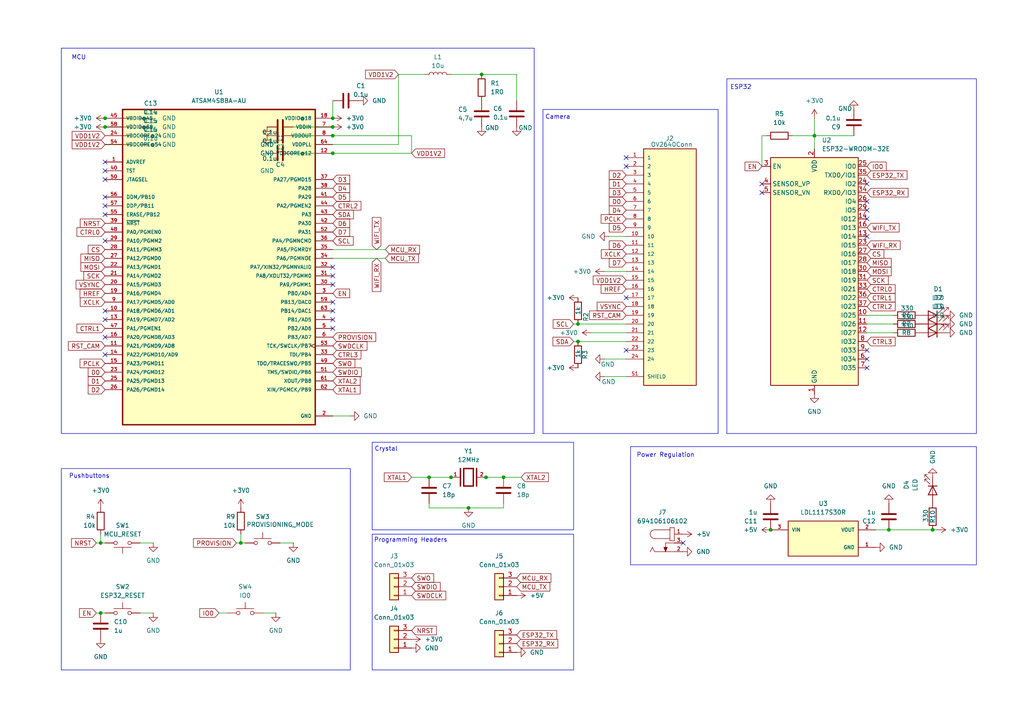
<source format=kicad_sch>
(kicad_sch (version 20250114) (generator "eeschema") (generator_version "9.0")
  (paper "A4")
  (title_block (title "326 Webcam PCB"))
  (lib_symbols
    (symbol "2-1734592-4:2-1734592-4" (pin_names (offset 1.016))
      (property "Reference" "J" (at -7.62 34.29 0))
      (property "Value" "2-1734592-4" (at -7.62 -36.83 0))
      (symbol "2-1734592-4_0_0"
        (pin passive line (at -12.7 30.48 0) (length 5.08) (name "1") (number "1"))
        (pin passive line (at -12.7 27.94 0) (length 5.08) (name "2") (number "2"))
        (pin passive line (at -12.7 25.4 0) (length 5.08) (name "3") (number "3"))
        (pin passive line (at -12.7 22.86 0) (length 5.08) (name "4") (number "4"))
        (pin passive line (at -12.7 20.32 0) (length 5.08) (name "5") (number "5"))
        (pin passive line (at -12.7 17.78 0) (length 5.08) (name "6") (number "6"))
        (pin passive line (at -12.7 15.24 0) (length 5.08) (name "7") (number "7"))
        (pin passive line (at -12.7 12.7 0) (length 5.08) (name "8") (number "8"))
        (pin passive line (at -12.7 10.16 0) (length 5.08) (name "9") (number "9"))
        (pin passive line (at -12.7 7.62 0) (length 5.08) (name "10") (number "10"))
        (pin passive line (at -12.7 5.08 0) (length 5.08) (name "11") (number "11"))
        (pin passive line (at -12.7 2.54 0) (length 5.08) (name "12") (number "12"))
        (pin passive line (at -12.7 0 0) (length 5.08) (name "13") (number "13"))
        (pin passive line (at -12.7 -2.54 0) (length 5.08) (name "14") (number "14"))
        (pin passive line (at -12.7 -5.08 0) (length 5.08) (name "15") (number "15"))
        (pin passive line (at -12.7 -7.62 0) (length 5.08) (name "16") (number "16"))
        (pin passive line (at -12.7 -10.16 0) (length 5.08) (name "17") (number "17"))
        (pin passive line (at -12.7 -12.7 0) (length 5.08) (name "18") (number "18"))
        (pin passive line (at -12.7 -15.24 0) (length 5.08) (name "19") (number "19"))
        (pin passive line (at -12.7 -17.78 0) (length 5.08) (name "20") (number "20"))
        (pin passive line (at -12.7 -20.32 0) (length 5.08) (name "21") (number "21"))
        (pin passive line (at -12.7 -22.86 0) (length 5.08) (name "22") (number "22"))
        (pin passive line (at -12.7 -25.4 0) (length 5.08) (name "23") (number "23"))
        (pin passive line (at -12.7 -27.94 0) (length 5.08) (name "24") (number "24"))
        (pin passive line (at -12.7 -33.02 0) (length 5.08) (name "SHIELD") (number "S1"))
        (pin passive line (at -12.7 -33.02 0) (length 5.08) (hide yes) (name "SHIELD") (number "S2"))
      )
    )
    (symbol "694106106102:694106106102" (pin_names (offset 1.016))
      (property "Reference" "J" (at 0 2.54 0))
      (property "Value" "694106106102" (at -5.08 -7.62 0))
      (symbol "694106106102_0_0"
        (pin passive line (at 5.08 0 180) (length 2.54) (name "~") (number "1"))
        (pin passive line (at 5.08 0 180) (length 2.54) (hide yes) (name "~") (number "A1"))
        (pin passive line (at 5.08 -2.54 180) (length 2.54) (name "~") (number "3"))
        (pin passive line (at 5.08 -5.08 180) (length 2.54) (name "~") (number "2"))
      )
    )
    (symbol "ABM7-12.000MHZ-D2Y-T:ABM7-12.000MHZ-D2Y-T" (pin_names (offset 1.016))
      (property "Reference" "Y" (at -5.0878 3.8159 0))
      (property "Value" "ABM7-12.000MHZ-D2Y-T" (at -5.0944 -5.0944 0))
      (symbol "ABM7-12.000MHZ-D2Y-T_0_0"
        (pin passive line (at -5.08 0 0) (length 2.54) (name "~") (number "1"))
        (pin passive line (at 5.08 0 180) (length 2.54) (name "~") (number "2"))
      )
    )
    (symbol "ATSAM4S8B:ATSAM4S8BA-AU" (pin_names (offset 1.016))
      (property "Reference" "U1" (at 0 50.8 0))
      (property "Value" "ATSAM4S8BA-AU" (at 0 48.26 0))
      (symbol "ATSAM4S8BA-AU_0_0"
        (pin input line (at -33.02 30.48 0) (length 5.08) (name "ADVREF") (number "1"))
        (pin input line (at -33.02 27.94 0) (length 5.08) (name "TST") (number "40"))
        (pin input line (at -33.02 25.4 0) (length 5.08) (name "JTAGSEL") (number "50"))
        (pin bidirectional line (at -33.02 20.32 0) (length 5.08) (name "DDM/PB10") (number "56"))
        (pin bidirectional line (at -33.02 17.78 0) (length 5.08) (name "DDP/PB11") (number "57"))
        (pin bidirectional line (at -33.02 15.24 0) (length 5.08) (name "ERASE/PB12") (number "55"))
        (pin bidirectional line (at -33.02 12.7 0) (length 5.08) (name "~{NRST}") (number "39"))
        (pin bidirectional line (at -33.02 10.16 0) (length 5.08) (name "PA0/PGMEN0") (number "48"))
        (pin bidirectional line (at -33.02 7.62 0) (length 5.08) (name "PA10/PGMM2") (number "29"))
        (pin bidirectional line (at -33.02 5.08 0) (length 5.08) (name "PA11/PGMM3") (number "28"))
        (pin bidirectional line (at -33.02 2.54 0) (length 5.08) (name "PA12/PGMD0") (number "27"))
        (pin bidirectional line (at -33.02 0 0) (length 5.08) (name "PA13/PGMD1") (number "22"))
        (pin bidirectional line (at -33.02 -2.54 0) (length 5.08) (name "PA14/PGMD2") (number "21"))
        (pin bidirectional line (at -33.02 -5.08 0) (length 5.08) (name "PA15/PGMD3") (number "20"))
        (pin bidirectional line (at -33.02 -7.62 0) (length 5.08) (name "PA16/PGMD4") (number "19"))
        (pin bidirectional line (at -33.02 -10.16 0) (length 5.08) (name "PA17/PGMD5/AD0") (number "9"))
        (pin bidirectional line (at -33.02 -12.7 0) (length 5.08) (name "PA18/PGMD6/AD1") (number "10"))
        (pin bidirectional line (at -33.02 -15.24 0) (length 5.08) (name "PA19/PGMD7/AD2") (number "13"))
        (pin bidirectional line (at -33.02 -17.78 0) (length 5.08) (name "PA1/PGMEN1") (number "47"))
        (pin bidirectional line (at -33.02 -20.32 0) (length 5.08) (name "PA20/PGMD8/AD3") (number "16"))
        (pin bidirectional line (at -33.02 -22.86 0) (length 5.08) (name "PA21/PGMD9/AD8") (number "11"))
        (pin bidirectional line (at -33.02 -25.4 0) (length 5.08) (name "PA22/PGMD10/AD9") (number "14"))
        (pin bidirectional line (at -33.02 -27.94 0) (length 5.08) (name "PA23/PGMD11") (number "15"))
        (pin bidirectional line (at -33.02 -30.48 0) (length 5.08) (name "PA24/PGMD12") (number "23"))
        (pin bidirectional line (at -33.02 -33.02 0) (length 5.08) (name "PA25/PGMD13") (number "25"))
        (pin bidirectional line (at -33.02 -35.56 0) (length 5.08) (name "PA26/PGMD14") (number "26"))
        (pin power_in line (at 33.02 40.64 180) (length 5.08) (name "VDDIN") (number "7"))
        (pin power_in line (at 33.02 38.1 180) (length 5.08) (name "VDDOUT") (number "8"))
        (pin power_in line (at 33.02 35.56 180) (length 5.08) (name "VDDPLL") (number "64"))
        (pin bidirectional line (at 33.02 25.4 180) (length 5.08) (name "PA27/PGMD15") (number "37"))
        (pin bidirectional line (at 33.02 22.86 180) (length 5.08) (name "PA28") (number "38"))
        (pin bidirectional line (at 33.02 20.32 180) (length 5.08) (name "PA29") (number "41"))
        (pin bidirectional line (at 33.02 17.78 180) (length 5.08) (name "PA2/PGMEN2") (number "44"))
        (pin bidirectional line (at 33.02 15.24 180) (length 5.08) (name "PA3") (number "43"))
        (pin bidirectional line (at 33.02 12.7 180) (length 5.08) (name "PA30") (number "42"))
        (pin bidirectional line (at 33.02 10.16 180) (length 5.08) (name "PA31") (number "52"))
        (pin bidirectional line (at 33.02 7.62 180) (length 5.08) (name "PA4/PGMNCMD") (number "36"))
        (pin bidirectional line (at 33.02 5.08 180) (length 5.08) (name "PA5/PGMRDY") (number "35"))
        (pin bidirectional line (at 33.02 2.54 180) (length 5.08) (name "PA6/PGMNOE") (number "34"))
        (pin bidirectional line (at 33.02 0 180) (length 5.08) (name "PA7/XIN32/PGMNVALID") (number "32"))
        (pin bidirectional line (at 33.02 -2.54 180) (length 5.08) (name "PA8/XOUT32/PGMM0") (number "31"))
        (pin bidirectional line (at 33.02 -5.08 180) (length 5.08) (name "PA9/PGMM1") (number "30"))
        (pin bidirectional line (at 33.02 -7.62 180) (length 5.08) (name "PB0/AD4") (number "3"))
        (pin bidirectional line (at 33.02 -10.16 180) (length 5.08) (name "PB13/DAC0") (number "59"))
        (pin bidirectional line (at 33.02 -12.7 180) (length 5.08) (name "PB14/DAC1") (number "63"))
        (pin bidirectional line (at 33.02 -15.24 180) (length 5.08) (name "PB1/AD5") (number "4"))
        (pin bidirectional line (at 33.02 -17.78 180) (length 5.08) (name "PB2/AD6") (number "5"))
        (pin bidirectional line (at 33.02 -20.32 180) (length 5.08) (name "PB3/AD7") (number "6"))
        (pin bidirectional clock (at 33.02 -22.86 180) (length 5.08) (name "TCK/SWCLK/PB7") (number "53"))
        (pin bidirectional line (at 33.02 -25.4 180) (length 5.08) (name "TDI/PB4") (number "33"))
        (pin bidirectional line (at 33.02 -27.94 180) (length 5.08) (name "TDO/TRACESWO/PB5") (number "49"))
        (pin bidirectional line (at 33.02 -30.48 180) (length 5.08) (name "TMS/SWDIO/PB6") (number "51"))
        (pin bidirectional line (at 33.02 -33.02 180) (length 5.08) (name "XOUT/PB8") (number "61"))
        (pin bidirectional line (at 33.02 -35.56 180) (length 5.08) (name "XIN/PGMCK/PB9") (number "62"))
        (pin power_in line (at 33.02 -43.18 180) (length 5.08) (hide yes) (name "GND") (number "17"))
        (pin power_in line (at 33.02 -43.18 180) (length 5.08) (name "GND") (number "2"))
        (pin power_in line (at 33.02 -43.18 180) (length 5.08) (hide yes) (name "GND") (number "46"))
        (pin power_in line (at 33.02 -43.18 180) (length 5.08) (hide yes) (name "GND") (number "60"))
      )
      (symbol "ATSAM4S8BA-AU_1_0"
        (pin power_in line (at -33.02 43.18 0) (length 5.08) (name "VDDIO@45") (number "45"))
        (pin power_in line (at -33.02 40.64 0) (length 5.08) (name "VDDIO@58") (number "58"))
        (pin power_in line (at -33.02 38.1 0) (length 5.08) (name "VDDCORE@24") (number "24"))
        (pin power_in line (at -33.02 35.56 0) (length 5.08) (name "VDDCORE@54") (number "54"))
        (pin power_in line (at 33.02 43.18 180) (length 5.08) (name "VDDIO@18") (number "18"))
        (pin power_in line (at 33.02 33.02 180) (length 5.08) (name "VDDCORE@12") (number "12"))
      )
    )
    (symbol "Connector_Generic:Conn_01x03" (pin_names (offset 1.016) (hide yes))
      (property "Reference" "J" (at 0 5.08 0))
      (property "Value" "Conn_01x03" (at 0 -5.08 0))
      (symbol "Conn_01x03_1_1"
        (pin passive line (at -5.08 2.54 0) (length 3.81) (name "Pin_1") (number "1"))
        (pin passive line (at -5.08 0 0) (length 3.81) (name "Pin_2") (number "2"))
        (pin passive line (at -5.08 -2.54 0) (length 3.81) (name "Pin_3") (number "3"))
      )
    )
    (symbol "Device:C" (pin_numbers (hide yes)) (pin_names (offset 0.254))
      (property "Reference" "C" (at 0.635 2.54 0))
      (property "Value" "C" (at 0.635 -2.54 0))
      (symbol "C_1_1"
        (pin passive line (at 0 3.81 270) (length 2.794) (name "~") (number "1"))
        (pin passive line (at 0 -3.81 90) (length 2.794) (name "~") (number "2"))
      )
    )
    (symbol "Device:L" (pin_numbers (hide yes)) (pin_names (offset 1.016) (hide yes))
      (property "Reference" "L" (at -1.27 0 90))
      (property "Value" "L" (at 1.905 0 90))
      (symbol "L_1_1"
        (pin passive line (at 0 3.81 270) (length 1.27) (name "1") (number "1"))
        (pin passive line (at 0 -3.81 90) (length 1.27) (name "2") (number "2"))
      )
    )
    (symbol "Device:LED" (pin_numbers (hide yes)) (pin_names (offset 1.016) (hide yes))
      (property "Reference" "D" (at 0 2.54 0))
      (property "Value" "LED" (at 0 -2.54 0))
      (symbol "LED_1_1"
        (pin passive line (at -3.81 0 0) (length 2.54) (name "K") (number "1"))
        (pin passive line (at 3.81 0 180) (length 2.54) (name "A") (number "2"))
      )
    )
    (symbol "Device:R" (pin_numbers (hide yes)) (pin_names (offset 0))
      (property "Reference" "R" (at 2.032 0 90))
      (property "Value" "R" (at 0 0 90))
      (symbol "R_1_1"
        (pin passive line (at 0 3.81 270) (length 1.27) (name "~") (number "1"))
        (pin passive line (at 0 -3.81 90) (length 1.27) (name "~") (number "2"))
      )
    )
    (symbol "LDL1117S30R:LDL1117S30R" (pin_names (offset 1.016))
      (property "Reference" "U" (at -10.16 7.62 0))
      (property "Value" "LDL1117S30R" (at -10.16 -10.16 0))
      (symbol "LDL1117S30R_0_0"
        (pin input line (at -15.24 2.54 0) (length 5.08) (name "VIN") (number "3"))
        (pin output line (at 15.24 2.54 180) (length 5.08) (name "VOUT") (number "2"))
        (pin output line (at 15.24 2.54 180) (length 5.08) (hide yes) (name "VOUT") (number "4"))
        (pin power_in line (at 15.24 -2.54 180) (length 5.08) (name "GND") (number "1"))
      )
    )
    (symbol "RF_Module:ESP32-WROOM-32E"
      (property "Reference" "U" (at -12.7 34.29 0))
      (property "Value" "ESP32-WROOM-32E" (at 1.27 34.29 0))
      (symbol "ESP32-WROOM-32E_1_1"
        (pin input line (at -15.24 30.48 0) (length 2.54) (name "EN") (number "3"))
        (pin input line (at -15.24 25.4 0) (length 2.54) (name "SENSOR_VP") (number "4"))
        (pin input line (at -15.24 22.86 0) (length 2.54) (name "SENSOR_VN") (number "5"))
        (pin no_connect line (at -12.7 0 0) (length 2.54) (hide yes) (name "NC") (number "21"))
        (pin no_connect line (at -12.7 -2.54 0) (length 2.54) (hide yes) (name "NC") (number "22"))
        (pin no_connect line (at -12.7 -5.08 0) (length 2.54) (hide yes) (name "NC") (number "17"))
        (pin no_connect line (at -12.7 -7.62 0) (length 2.54) (hide yes) (name "NC") (number "18"))
        (pin no_connect line (at -12.7 -10.16 0) (length 2.54) (hide yes) (name "NC") (number "20"))
        (pin no_connect line (at -12.7 -12.7 0) (length 2.54) (hide yes) (name "NC") (number "19"))
        (pin no_connect line (at -12.7 -27.94 0) (length 2.54) (hide yes) (name "NC") (number "32"))
        (pin power_in line (at 0 35.56 270) (length 2.54) (name "VDD") (number "2"))
        (pin power_in line (at 0 -35.56 90) (length 2.54) (name "GND") (number "1"))
        (pin passive line (at 0 -35.56 90) (length 2.54) (hide yes) (name "GND") (number "15"))
        (pin passive line (at 0 -35.56 90) (length 2.54) (hide yes) (name "GND") (number "38"))
        (pin passive line (at 0 -35.56 90) (length 2.54) (hide yes) (name "GND") (number "39"))
        (pin bidirectional line (at 15.24 30.48 180) (length 2.54) (name "IO0") (number "25"))
        (pin bidirectional line (at 15.24 27.94 180) (length 2.54) (name "TXD0/IO1") (number "35"))
        (pin bidirectional line (at 15.24 25.4 180) (length 2.54) (name "IO2") (number "24"))
        (pin bidirectional line (at 15.24 22.86 180) (length 2.54) (name "RXD0/IO3") (number "34"))
        (pin bidirectional line (at 15.24 20.32 180) (length 2.54) (name "IO4") (number "26"))
        (pin bidirectional line (at 15.24 17.78 180) (length 2.54) (name "IO5") (number "29"))
        (pin bidirectional line (at 15.24 15.24 180) (length 2.54) (name "IO12") (number "14"))
        (pin bidirectional line (at 15.24 12.7 180) (length 2.54) (name "IO13") (number "16"))
        (pin bidirectional line (at 15.24 10.16 180) (length 2.54) (name "IO14") (number "13"))
        (pin bidirectional line (at 15.24 7.62 180) (length 2.54) (name "IO15") (number "23"))
        (pin bidirectional line (at 15.24 5.08 180) (length 2.54) (name "IO16") (number "27"))
        (pin bidirectional line (at 15.24 2.54 180) (length 2.54) (name "IO17") (number "28"))
        (pin bidirectional line (at 15.24 0 180) (length 2.54) (name "IO18") (number "30"))
        (pin bidirectional line (at 15.24 -2.54 180) (length 2.54) (name "IO19") (number "31"))
        (pin bidirectional line (at 15.24 -5.08 180) (length 2.54) (name "IO21") (number "33"))
        (pin bidirectional line (at 15.24 -7.62 180) (length 2.54) (name "IO22") (number "36"))
        (pin bidirectional line (at 15.24 -10.16 180) (length 2.54) (name "IO23") (number "37"))
        (pin bidirectional line (at 15.24 -12.7 180) (length 2.54) (name "IO25") (number "10"))
        (pin bidirectional line (at 15.24 -15.24 180) (length 2.54) (name "IO26") (number "11"))
        (pin bidirectional line (at 15.24 -17.78 180) (length 2.54) (name "IO27") (number "12"))
        (pin bidirectional line (at 15.24 -20.32 180) (length 2.54) (name "IO32") (number "8"))
        (pin bidirectional line (at 15.24 -22.86 180) (length 2.54) (name "IO33") (number "9"))
        (pin input line (at 15.24 -25.4 180) (length 2.54) (name "IO34") (number "6"))
        (pin input line (at 15.24 -27.94 180) (length 2.54) (name "IO35") (number "7"))
      )
    )
    (symbol "Switch:SW_Push" (pin_numbers (hide yes)) (pin_names (offset 1.016) (hide yes))
      (property "Reference" "SW" (at 1.27 2.54 0))
      (property "Value" "SW_Push" (at 0 -1.524 0))
      (symbol "SW_Push_0_1"
        (pin passive line (at -5.08 0 0) (length 2.54) (name "1") (number "1"))
        (pin passive line (at 5.08 0 180) (length 2.54) (name "2") (number "2"))
      )
    )
    (symbol "power:+3V0" (power) (pin_numbers (hide yes)) (pin_names (offset 0) (hide yes))
      (property "Value" "+3V0" (at 0 3.556 0))
      (symbol "+3V0_1_1"
        (pin power_in line (at 0 0 90) (length 0) (name "~") (number "1"))
      )
    )
    (symbol "power:+5V" (power) (pin_numbers (hide yes)) (pin_names (offset 0) (hide yes))
      (property "Value" "+5V" (at 0 3.556 0))
      (symbol "+5V_1_1"
        (pin power_in line (at 0 0 90) (length 0) (name "~") (number "1"))
      )
    )
    (symbol "power:GND" (power) (pin_numbers (hide yes)) (pin_names (offset 0) (hide yes))
      (property "Value" "GND" (at 0 -3.81 0))
      (symbol "GND_1_1"
        (pin power_in line (at 0 0 270) (length 0) (name "~") (number "1"))
      )
    )
  )
  (rectangle (start 107.95 128.27) (end 166.37 153.67))
  (rectangle (start 210.82 22.86) (end 283.21 125.73))
  (rectangle (start 182.88 129.54) (end 283.21 163.83))
  (rectangle (start 17.78 13.97) (end 154.94 125.73))
  (rectangle (start 157.48 31.75) (end 208.28 125.73))
  (rectangle (start 17.78 135.89) (end 101.6 194.31))
  (rectangle (start 107.95 154.94) (end 166.37 194.31))
  (text "Programming Headers\n" (at 119.126 156.718 0) (effects (font (size 1.27 1.27))))
  (text "Pushbuttons" (at 25.908 138.176 0) (effects (font (size 1.27 1.27))))
  (text "Camera" (at 161.798 34.036 0) (effects (font (size 1.27 1.27))))
  (text "Crystal" (at 112.014 130.302 0) (effects (font (size 1.27 1.27))))
  (text "MCU" (at 22.86 16.764 0) (effects (font (size 1.27 1.27))))
  (text "Power Regulation\n" (at 193.04 132.08 0) (effects (font (size 1.27 1.27))))
  (text "ESP32" (at 214.884 25.4 0) (effects (font (size 1.27 1.27))))
  (junction (at 270.51 153.67))
  (junction (at 167.64 93.98))
  (junction (at 29.21 177.8))
  (junction (at 223.52 153.67))
  (junction (at 124.46 138.43))
  (junction (at 96.52 44.45))
  (junction (at 69.85 157.48))
  (junction (at 30.48 34.29))
  (junction (at 140.97 138.43))
  (junction (at 30.48 36.83))
  (junction (at 96.52 39.37))
  (junction (at 135.89 147.32))
  (junction (at 146.05 138.43))
  (junction (at 96.52 36.83))
  (junction (at 236.22 39.37))
  (junction (at 130.81 138.43))
  (junction (at 29.21 157.48))
  (junction (at 257.81 153.67))
  (junction (at 167.64 99.06))
  (junction (at 139.7 21.59))
  (junction (at 96.52 34.29))
  (no_connect (at 30.48 57.15))
  (no_connect (at 251.46 63.5))
  (no_connect (at 181.61 48.26))
  (no_connect (at 96.52 80.01))
  (no_connect (at 30.48 59.69))
  (no_connect (at 220.98 53.34))
  (no_connect (at 30.48 62.23))
  (no_connect (at 251.46 60.96))
  (no_connect (at 96.52 92.71))
  (no_connect (at 30.48 52.07))
  (no_connect (at 96.52 77.47))
  (no_connect (at 30.48 102.87))
  (no_connect (at 96.52 95.25))
  (no_connect (at 30.48 90.17))
  (no_connect (at 251.46 106.68))
  (no_connect (at 96.52 90.17))
  (no_connect (at 198.12 157.48))
  (no_connect (at 30.48 69.85))
  (no_connect (at 181.61 101.6))
  (no_connect (at 96.52 87.63))
  (no_connect (at 30.48 49.53))
  (no_connect (at 181.61 86.36))
  (no_connect (at 251.46 58.42))
  (no_connect (at 251.46 104.14))
  (no_connect (at 30.48 97.79))
  (no_connect (at 96.52 82.55))
  (no_connect (at 30.48 92.71))
  (no_connect (at 220.98 55.88))
  (no_connect (at 251.46 68.58))
  (no_connect (at 30.48 46.99))
  (no_connect (at 181.61 45.72))
  (no_connect (at 251.46 101.6))
  (no_connect (at 251.46 53.34))
  (wire (pts (xy 96.52 44.45) (xy 119.38 44.45)))
  (wire (pts (xy 270.51 153.67) (xy 257.81 153.67)))
  (wire (pts (xy 139.7 21.59) (xy 149.86 21.59)))
  (wire (pts (xy 166.37 99.06) (xy 167.64 99.06)))
  (wire (pts (xy 30.48 41.91) (xy 35.56 41.91)))
  (wire (pts (xy 96.52 72.39) (xy 111.76 72.39)))
  (wire (pts (xy 85.09 44.45) (xy 96.52 44.45)))
  (wire (pts (xy 139.7 138.43) (xy 140.97 138.43)))
  (wire (pts (xy 259.08 96.52) (xy 251.46 96.52)))
  (wire (pts (xy 124.46 147.32) (xy 135.89 147.32)))
  (wire (pts (xy 29.21 157.48) (xy 30.48 157.48)))
  (wire (pts (xy 69.85 157.48) (xy 71.12 157.48)))
  (wire (pts (xy 259.08 91.44) (xy 251.46 91.44)))
  (wire (pts (xy 124.46 146.05) (xy 124.46 147.32)))
  (wire (pts (xy 175.26 109.22) (xy 181.61 109.22)))
  (wire (pts (xy 29.21 177.8) (xy 30.48 177.8)))
  (wire (pts (xy 119.38 39.37) (xy 119.38 44.45)))
  (wire (pts (xy 220.98 39.37) (xy 222.25 39.37)))
  (wire (pts (xy 68.58 157.48) (xy 69.85 157.48)))
  (wire (pts (xy 167.64 99.06) (xy 181.61 99.06)))
  (wire (pts (xy 85.09 39.37) (xy 96.52 39.37)))
  (wire (pts (xy 146.05 146.05) (xy 146.05 147.32)))
  (wire (pts (xy 229.87 39.37) (xy 236.22 39.37)))
  (wire (pts (xy 130.81 21.59) (xy 139.7 21.59)))
  (wire (pts (xy 271.78 153.67) (xy 270.51 153.67)))
  (wire (pts (xy 29.21 154.94) (xy 29.21 157.48)))
  (wire (pts (xy 96.52 29.21) (xy 96.52 34.29)))
  (wire (pts (xy 63.5 177.8) (xy 66.04 177.8)))
  (wire (pts (xy 96.52 41.91) (xy 115.57 41.91)))
  (wire (pts (xy 175.26 104.14) (xy 181.61 104.14)))
  (wire (pts (xy 115.57 41.91) (xy 115.57 21.59)))
  (wire (pts (xy 220.98 48.26) (xy 220.98 39.37)))
  (wire (pts (xy 115.57 21.59) (xy 123.19 21.59)))
  (wire (pts (xy 85.09 36.83) (xy 96.52 36.83)))
  (wire (pts (xy 175.26 78.74) (xy 181.61 78.74)))
  (wire (pts (xy 171.45 96.52) (xy 181.61 96.52)))
  (wire (pts (xy 30.48 36.83) (xy 35.56 36.83)))
  (wire (pts (xy 27.94 177.8) (xy 29.21 177.8)))
  (wire (pts (xy 236.22 39.37) (xy 247.65 39.37)))
  (wire (pts (xy 40.64 177.8) (xy 44.45 177.8)))
  (wire (pts (xy 135.89 147.32) (xy 146.05 147.32)))
  (wire (pts (xy 76.2 177.8) (xy 80.01 177.8)))
  (wire (pts (xy 124.46 138.43) (xy 130.81 138.43)))
  (wire (pts (xy 140.97 138.43) (xy 146.05 138.43)))
  (wire (pts (xy 149.86 21.59) (xy 149.86 29.21)))
  (wire (pts (xy 119.38 138.43) (xy 124.46 138.43)))
  (wire (pts (xy 259.08 93.98) (xy 251.46 93.98)))
  (wire (pts (xy 111.76 74.93) (xy 96.52 74.93)))
  (wire (pts (xy 30.48 34.29) (xy 35.56 34.29)))
  (wire (pts (xy 146.05 138.43) (xy 151.13 138.43)))
  (wire (pts (xy 69.85 154.94) (xy 69.85 157.48)))
  (wire (pts (xy 176.53 68.58) (xy 181.61 68.58)))
  (wire (pts (xy 167.64 93.98) (xy 181.61 93.98)))
  (wire (pts (xy 30.48 39.37) (xy 35.56 39.37)))
  (wire (pts (xy 236.22 39.37) (xy 236.22 34.29)))
  (wire (pts (xy 167.64 93.98) (xy 166.37 93.98)))
  (wire (pts (xy 96.52 39.37) (xy 119.38 39.37)))
  (wire (pts (xy 257.81 153.67) (xy 254 153.67)))
  (wire (pts (xy 236.22 39.37) (xy 236.22 43.18)))
  (wire (pts (xy 40.64 157.48) (xy 44.45 157.48)))
  (wire (pts (xy 96.52 120.65) (xy 101.6 120.65)))
  (wire (pts (xy 81.28 157.48) (xy 85.09 157.48)))
  (wire (pts (xy 130.81 138.43) (xy 132.08 138.43)))
  (wire (pts (xy 27.94 157.48) (xy 29.21 157.48)))
  (global_label "D2" (shape input) (at 30.48 113.03 180) (property "Intersheetrefs" "${INTERSHEET_REFS}" (effects (hide yes))))
  (global_label "D3" (shape input) (at 96.52 52.07 0) (property "Intersheetrefs" "${INTERSHEET_REFS}" (effects (hide yes))))
  (global_label "CTRL3" (shape input) (at 251.46 99.06 0) (property "Intersheetrefs" "${INTERSHEET_REFS}" (effects (hide yes))))
  (global_label "XTAL1" (shape input) (at 96.52 113.03 0) (property "Intersheetrefs" "${INTERSHEET_REFS}" (effects (hide yes))))
  (global_label "VSYNC" (shape input) (at 30.48 82.55 180) (property "Intersheetrefs" "${INTERSHEET_REFS}" (effects (hide yes))))
  (global_label "HREF" (shape input) (at 181.61 83.82 180) (property "Intersheetrefs" "${INTERSHEET_REFS}" (effects (hide yes))))
  (global_label "SWDIO" (shape input) (at 96.52 107.95 0) (property "Intersheetrefs" "${INTERSHEET_REFS}" (effects (hide yes))))
  (global_label "D6" (shape input) (at 96.52 64.77 0) (property "Intersheetrefs" "${INTERSHEET_REFS}" (effects (hide yes))))
  (global_label "MOSI" (shape input) (at 30.48 77.47 180) (property "Intersheetrefs" "${INTERSHEET_REFS}" (effects (hide yes))))
  (global_label "NRST" (shape input) (at 30.48 64.77 180) (property "Intersheetrefs" "${INTERSHEET_REFS}" (effects (hide yes))))
  (global_label "CS" (shape input) (at 30.48 72.39 180) (property "Intersheetrefs" "${INTERSHEET_REFS}" (effects (hide yes))))
  (global_label "CTRL1" (shape input) (at 251.46 86.36 0) (property "Intersheetrefs" "${INTERSHEET_REFS}" (effects (hide yes))))
  (global_label "SDA" (shape input) (at 166.37 99.06 180) (property "Intersheetrefs" "${INTERSHEET_REFS}" (effects (hide yes))))
  (global_label "MCU_TX" (shape input) (at 111.76 74.93 0) (property "Intersheetrefs" "${INTERSHEET_REFS}" (effects (hide yes))))
  (global_label "WIFI_RX" (shape input) (at 109.22 74.93 270) (property "Intersheetrefs" "${INTERSHEET_REFS}" (effects (hide yes))))
  (global_label "SCL" (shape input) (at 166.37 93.98 180) (property "Intersheetrefs" "${INTERSHEET_REFS}" (effects (hide yes))))
  (global_label "SDA" (shape input) (at 96.52 62.23 0) (property "Intersheetrefs" "${INTERSHEET_REFS}" (effects (hide yes))))
  (global_label "WIFI_TX" (shape input) (at 109.22 72.39 90) (property "Intersheetrefs" "${INTERSHEET_REFS}" (effects (hide yes))))
  (global_label "SCK" (shape input) (at 30.48 80.01 180) (property "Intersheetrefs" "${INTERSHEET_REFS}" (effects (hide yes))))
  (global_label "CTRL2" (shape input) (at 96.52 59.69 0) (property "Intersheetrefs" "${INTERSHEET_REFS}" (effects (hide yes))))
  (global_label "XTAL2" (shape input) (at 96.52 110.49 0) (property "Intersheetrefs" "${INTERSHEET_REFS}" (effects (hide yes))))
  (global_label "WIFI_TX" (shape input) (at 251.46 66.04 0) (property "Intersheetrefs" "${INTERSHEET_REFS}" (effects (hide yes))))
  (global_label "MCU_RX" (shape input) (at 111.76 72.39 0) (property "Intersheetrefs" "${INTERSHEET_REFS}" (effects (hide yes))))
  (global_label "D0" (shape input) (at 181.61 58.42 180) (property "Intersheetrefs" "${INTERSHEET_REFS}" (effects (hide yes))))
  (global_label "CTRL0" (shape input) (at 251.46 83.82 0) (property "Intersheetrefs" "${INTERSHEET_REFS}" (effects (hide yes))))
  (global_label "RST_CAM" (shape input) (at 30.48 100.33 180) (property "Intersheetrefs" "${INTERSHEET_REFS}" (effects (hide yes))))
  (global_label "SCK" (shape input) (at 251.46 81.28 0) (property "Intersheetrefs" "${INTERSHEET_REFS}" (effects (hide yes))))
  (global_label "SWDIO" (shape input) (at 119.38 170.18 0) (property "Intersheetrefs" "${INTERSHEET_REFS}" (effects (hide yes))))
  (global_label "D0" (shape input) (at 30.48 107.95 180) (property "Intersheetrefs" "${INTERSHEET_REFS}" (effects (hide yes))))
  (global_label "D3" (shape input) (at 181.61 55.88 180) (property "Intersheetrefs" "${INTERSHEET_REFS}" (effects (hide yes))))
  (global_label "CTRL2" (shape input) (at 251.46 88.9 0) (property "Intersheetrefs" "${INTERSHEET_REFS}" (effects (hide yes))))
  (global_label "IO0" (shape input) (at 251.46 48.26 0) (property "Intersheetrefs" "${INTERSHEET_REFS}" (effects (hide yes))))
  (global_label "EN" (shape input) (at 96.52 85.09 0) (property "Intersheetrefs" "${INTERSHEET_REFS}" (effects (hide yes))))
  (global_label "ESP32_TX" (shape input) (at 251.46 50.8 0) (property "Intersheetrefs" "${INTERSHEET_REFS}" (effects (hide yes))))
  (global_label "VDD1V2" (shape input) (at 181.61 81.28 180) (property "Intersheetrefs" "${INTERSHEET_REFS}" (effects (hide yes))))
  (global_label "VDD1V2" (shape input) (at 30.48 39.37 180) (property "Intersheetrefs" "${INTERSHEET_REFS}" (effects (hide yes))))
  (global_label "MISO" (shape input) (at 30.48 74.93 180) (property "Intersheetrefs" "${INTERSHEET_REFS}" (effects (hide yes))))
  (global_label "IO0" (shape input) (at 63.5 177.8 180) (property "Intersheetrefs" "${INTERSHEET_REFS}" (effects (hide yes))))
  (global_label "CTRL3" (shape input) (at 96.52 102.87 0) (property "Intersheetrefs" "${INTERSHEET_REFS}" (effects (hide yes))))
  (global_label "D4" (shape input) (at 181.61 60.96 180) (property "Intersheetrefs" "${INTERSHEET_REFS}" (effects (hide yes))))
  (global_label "D6" (shape input) (at 181.61 71.12 180) (property "Intersheetrefs" "${INTERSHEET_REFS}" (effects (hide yes))))
  (global_label "CS" (shape input) (at 251.46 73.66 0) (property "Intersheetrefs" "${INTERSHEET_REFS}" (effects (hide yes))))
  (global_label "CTRL0" (shape input) (at 30.48 67.31 180) (property "Intersheetrefs" "${INTERSHEET_REFS}" (effects (hide yes))))
  (global_label "HREF" (shape input) (at 30.48 85.09 180) (property "Intersheetrefs" "${INTERSHEET_REFS}" (effects (hide yes))))
  (global_label "SWO" (shape input) (at 119.38 167.64 0) (property "Intersheetrefs" "${INTERSHEET_REFS}" (effects (hide yes))))
  (global_label "WIFI_RX" (shape input) (at 251.46 71.12 0) (property "Intersheetrefs" "${INTERSHEET_REFS}" (effects (hide yes))))
  (global_label "NRST" (shape input) (at 27.94 157.48 180) (property "Intersheetrefs" "${INTERSHEET_REFS}" (effects (hide yes))))
  (global_label "XTAL2" (shape input) (at 151.13 138.43 0) (property "Intersheetrefs" "${INTERSHEET_REFS}" (effects (hide yes))))
  (global_label "D1" (shape input) (at 181.61 53.34 180) (property "Intersheetrefs" "${INTERSHEET_REFS}" (effects (hide yes))))
  (global_label "D4" (shape input) (at 96.52 54.61 0) (property "Intersheetrefs" "${INTERSHEET_REFS}" (effects (hide yes))))
  (global_label "MOSI" (shape input) (at 251.46 78.74 0) (property "Intersheetrefs" "${INTERSHEET_REFS}" (effects (hide yes))))
  (global_label "ESP32_RX" (shape input) (at 149.86 186.69 0) (property "Intersheetrefs" "${INTERSHEET_REFS}" (effects (hide yes))))
  (global_label "D1" (shape input) (at 30.48 110.49 180) (property "Intersheetrefs" "${INTERSHEET_REFS}" (effects (hide yes))))
  (global_label "VDD1V2" (shape input) (at 119.38 44.45 0) (property "Intersheetrefs" "${INTERSHEET_REFS}" (effects (hide yes))))
  (global_label "XCLK" (shape input) (at 181.61 73.66 180) (property "Intersheetrefs" "${INTERSHEET_REFS}" (effects (hide yes))))
  (global_label "EN" (shape input) (at 27.94 177.8 180) (property "Intersheetrefs" "${INTERSHEET_REFS}" (effects (hide yes))))
  (global_label "NRST" (shape input) (at 119.38 182.88 0) (property "Intersheetrefs" "${INTERSHEET_REFS}" (effects (hide yes))))
  (global_label "EN" (shape input) (at 220.98 48.26 180) (property "Intersheetrefs" "${INTERSHEET_REFS}" (effects (hide yes))))
  (global_label "PROVISION" (shape input) (at 68.58 157.48 180) (property "Intersheetrefs" "${INTERSHEET_REFS}" (effects (hide yes))))
  (global_label "CTRL1" (shape input) (at 30.48 95.25 180) (property "Intersheetrefs" "${INTERSHEET_REFS}" (effects (hide yes))))
  (global_label "VDD1V2" (shape input) (at 115.57 21.59 180) (property "Intersheetrefs" "${INTERSHEET_REFS}" (effects (hide yes))))
  (global_label "PCLK" (shape input) (at 181.61 63.5 180) (property "Intersheetrefs" "${INTERSHEET_REFS}" (effects (hide yes))))
  (global_label "SWDCLK" (shape input) (at 119.38 172.72 0) (property "Intersheetrefs" "${INTERSHEET_REFS}" (effects (hide yes))))
  (global_label "ESP32_RX" (shape input) (at 251.46 55.88 0) (property "Intersheetrefs" "${INTERSHEET_REFS}" (effects (hide yes))))
  (global_label "D7" (shape input) (at 96.52 67.31 0) (property "Intersheetrefs" "${INTERSHEET_REFS}" (effects (hide yes))))
  (global_label "VSYNC" (shape input) (at 181.61 88.9 180) (property "Intersheetrefs" "${INTERSHEET_REFS}" (effects (hide yes))))
  (global_label "VDD1V2" (shape input) (at 30.48 41.91 180) (property "Intersheetrefs" "${INTERSHEET_REFS}" (effects (hide yes))))
  (global_label "MISO" (shape input) (at 251.46 76.2 0) (property "Intersheetrefs" "${INTERSHEET_REFS}" (effects (hide yes))))
  (global_label "MCU_TX" (shape input) (at 149.86 170.18 0) (property "Intersheetrefs" "${INTERSHEET_REFS}" (effects (hide yes))))
  (global_label "MCU_RX" (shape input) (at 149.86 167.64 0) (property "Intersheetrefs" "${INTERSHEET_REFS}" (effects (hide yes))))
  (global_label "D2" (shape input) (at 181.61 50.8 180) (property "Intersheetrefs" "${INTERSHEET_REFS}" (effects (hide yes))))
  (global_label "D5" (shape input) (at 181.61 66.04 180) (property "Intersheetrefs" "${INTERSHEET_REFS}" (effects (hide yes))))
  (global_label "SWDCLK" (shape input) (at 96.52 100.33 0) (property "Intersheetrefs" "${INTERSHEET_REFS}" (effects (hide yes))))
  (global_label "RST_CAM" (shape input) (at 181.61 91.44 180) (property "Intersheetrefs" "${INTERSHEET_REFS}" (effects (hide yes))))
  (global_label "XTAL1" (shape input) (at 119.38 138.43 180) (property "Intersheetrefs" "${INTERSHEET_REFS}" (effects (hide yes))))
  (global_label "D7" (shape input) (at 181.61 76.2 180) (property "Intersheetrefs" "${INTERSHEET_REFS}" (effects (hide yes))))
  (global_label "SWO" (shape input) (at 96.52 105.41 0) (property "Intersheetrefs" "${INTERSHEET_REFS}" (effects (hide yes))))
  (global_label "XCLK" (shape input) (at 30.48 87.63 180) (property "Intersheetrefs" "${INTERSHEET_REFS}" (effects (hide yes))))
  (global_label "SCL" (shape input) (at 96.52 69.85 0) (property "Intersheetrefs" "${INTERSHEET_REFS}" (effects (hide yes))))
  (global_label "PROVISION" (shape input) (at 96.52 97.79 0) (property "Intersheetrefs" "${INTERSHEET_REFS}" (effects (hide yes))))
  (global_label "D5" (shape input) (at 96.52 57.15 0) (property "Intersheetrefs" "${INTERSHEET_REFS}" (effects (hide yes))))
  (global_label "PCLK" (shape input) (at 30.48 105.41 180) (property "Intersheetrefs" "${INTERSHEET_REFS}" (effects (hide yes))))
  (global_label "ESP32_TX" (shape input) (at 149.86 184.15 0) (property "Intersheetrefs" "${INTERSHEET_REFS}" (effects (hide yes))))
  (symbol (lib_id "power:GND") (at 274.32 91.44 90) (unit 1)
    (property "Reference" "#PWR022" (effects (hide yes)))
    (property "Value" "GND" (at 278.13 91.4399 90) (effects (justify right)))
    (property "Description" "Power symbol creates a global label with name \"GND\" , ground" (effects (hide yes)))
  )
  (symbol (lib_id "power:GND") (at 44.45 157.48 0) (unit 1)
    (property "Reference" "#PWR018" (effects (hide yes)))
    (property "Value" "GND" (at 44.45 162.56 0))
    (property "Description" "Power symbol creates a global label with name \"GND\" , ground" (effects (hide yes)))
  )
  (symbol (lib_id "power:GND") (at 135.89 147.32 0) (unit 1)
    (property "Reference" "#PWR011" (effects (hide yes)))
    (property "Value" "GND" (at 135.89 152.4 0))
    (property "Description" "Power symbol creates a global label with name \"GND\" , ground" (effects (hide yes)))
  )
  (symbol (lib_id "Device:C") (at 39.37 36.83 90) (unit 1)
    (property "Reference" "C14" (at 43.688 32.512 90))
    (property "Value" "0.1u" (at 43.688 35.052 90))
    (property "Footprint" "Capacitor_SMD:C_0805_2012Metric" (effects (hide yes)))
    (property "Description" "Unpolarized capacitor" (effects (hide yes)))
  )
  (symbol (lib_id "Device:C") (at 39.37 39.37 90) (unit 1)
    (property "Reference" "C15" (at 43.688 35.052 90))
    (property "Value" "0.1u" (at 43.688 37.592 90))
    (property "Footprint" "Capacitor_SMD:C_0805_2012Metric" (effects (hide yes)))
    (property "Description" "Unpolarized capacitor" (effects (hide yes)))
  )
  (symbol (lib_id "power:GND") (at 247.65 31.75 180) (unit 1)
    (property "Reference" "#PWR020" (effects (hide yes)))
    (property "Value" "GND" (at 245.11 31.496 0))
    (property "Description" "Power symbol creates a global label with name \"GND\" , ground" (effects (hide yes)))
  )
  (symbol (lib_id "Device:R") (at 226.06 39.37 270) (unit 1)
    (property "Reference" "R5" (at 226.06 33.02 90))
    (property "Value" "10k" (at 226.06 35.56 90))
    (property "Footprint" "Resistor_SMD:R_0805_2012Metric" (effects (hide yes)))
    (property "Description" "Resistor" (effects (hide yes)))
  )
  (symbol (lib_id "power:GND") (at 139.7 36.83 0) (unit 1)
    (property "Reference" "#PWR09" (effects (hide yes)))
    (property "Value" "GND" (at 142.748 37.084 0))
    (property "Description" "Power symbol creates a global label with name \"GND\" , ground" (effects (hide yes)))
  )
  (symbol (lib_id "power:+3V0") (at 30.48 34.29 90) (unit 1)
    (property "Reference" "#PWR045" (effects (hide yes)))
    (property "Value" "+3V0" (at 26.67 34.2899 90) (effects (justify left)))
    (property "Description" "Power symbol creates a global label with name \"+3V0\"" (effects (hide yes)))
  )
  (symbol (lib_id "Device:LED") (at 270.51 91.44 180) (unit 1)
    (property "Reference" "D1" (at 272.0975 83.82 0))
    (property "Value" "LED" (at 272.0975 86.36 0))
    (property "Footprint" "LED_SMD:LED_0603_1608Metric" (effects (hide yes)))
    (property "Description" "Light emitting diode" (effects (hide yes)))
    (property "Sim.Pins" "1=K 2=A" (effects (hide yes)))
  )
  (symbol (lib_id "power:GND") (at 43.18 39.37 90) (unit 1)
    (property "Reference" "#PWR043" (effects (hide yes)))
    (property "Value" "GND" (at 46.99 39.3699 90) (effects (justify right)))
    (property "Description" "Power symbol creates a global label with name \"GND\" , ground" (effects (hide yes)))
  )
  (symbol (lib_id "power:GND") (at 43.18 34.29 90) (unit 1)
    (property "Reference" "#PWR041" (effects (hide yes)))
    (property "Value" "GND" (at 46.99 34.2899 90) (effects (justify right)))
    (property "Description" "Power symbol creates a global label with name \"GND\" , ground" (effects (hide yes)))
  )
  (symbol (lib_id "power:GND") (at 274.32 93.98 90) (unit 1)
    (property "Reference" "#PWR023" (effects (hide yes)))
    (property "Value" "GND" (at 278.13 93.9799 90) (effects (justify right)))
    (property "Description" "Power symbol creates a global label with name \"GND\" , ground" (effects (hide yes)))
  )
  (symbol (lib_id "power:GND") (at 175.26 104.14 270) (unit 1)
    (property "Reference" "#PWR015" (effects (hide yes)))
    (property "Value" "GND" (at 178.308 105.664 90) (effects (justify right)))
    (property "Description" "Power symbol creates a global label with name \"GND\" , ground" (effects (hide yes)))
  )
  (symbol (lib_id "Device:C") (at 223.52 149.86 180) (unit 1)
    (property "Reference" "C11" (at 219.71 151.1301 0) (effects (justify left)))
    (property "Value" "1u" (at 219.71 148.5901 0) (effects (justify left)))
    (property "Footprint" "Capacitor_SMD:C_0805_2012Metric" (effects (hide yes)))
    (property "Description" "Unpolarized capacitor" (effects (hide yes)))
  )
  (symbol (lib_id "Device:R") (at 167.64 102.87 180) (unit 1)
    (property "Reference" "R3" (at 169.672 102.87 90))
    (property "Value" "1k" (at 167.64 102.616 90))
    (property "Footprint" "Resistor_SMD:R_0805_2012Metric" (effects (hide yes)))
    (property "Description" "Resistor" (effects (hide yes)))
  )
  (symbol (lib_id "LDL1117S30R:LDL1117S30R") (at 238.76 156.21 0) (unit 1)
    (property "Reference" "U3" (at 238.76 146.05 0))
    (property "Value" "LDL1117S30R" (at 238.76 148.59 0))
    (property "Footprint" "Transformer_SMD:SOT230P700X180-4N" (effects (hide yes)))
    (property "MF" "STMicroelectronics" (effects (hide yes)))
    (property "MAXIMUM_PACKAGE_HEIGHT" "1.8 mm" (effects (hide yes)))
    (property "Package" "SOT-223 STMicroelectronics" (effects (hide yes)))
    (property "Price" "None" (effects (hide yes)))
    (property "Check_prices" "https://www.snapeda.com/parts/LDL1117S30R/STMicroelectronics/view-part/?ref=eda" (effects (hide yes)))
    (property "STANDARD" "IPC 7351B" (effects (hide yes)))
    (property "PARTREV" "7" (effects (hide yes)))
    (property "SnapEDA_Link" "https://www.snapeda.com/parts/LDL1117S30R/STMicroelectronics/view-part/?ref=snap" (effects (hide yes)))
    (property "MP" "LDL1117S30R" (effects (hide yes)))
    (property "Description_1" "Linear Voltage Regulator IC Positive Fixed 1 Output  1.2A SOT-223" (effects (hide yes)))
    (property "SNAPEDA_PN" "LDL1117S30R" (effects (hide yes)))
    (property "Availability" "In Stock" (effects (hide yes)))
    (property "MANUFACTURER" "STMicroelectronics" (effects (hide yes)))
  )
  (symbol (lib_id "power:+5V") (at 223.52 153.67 90) (unit 1)
    (property "Reference" "#PWR028" (effects (hide yes)))
    (property "Value" "+5V" (at 219.71 153.6699 90) (effects (justify left)))
    (property "Description" "Power symbol creates a global label with name \"+5V\"" (effects (hide yes)))
  )
  (symbol (lib_id "Device:C") (at 29.21 181.61 0) (unit 1)
    (property "Reference" "C10" (at 33.02 180.3399 0) (effects (justify left)))
    (property "Value" "1u" (at 33.02 182.8799 0) (effects (justify left)))
    (property "Footprint" "Capacitor_SMD:C_0805_2012Metric" (effects (hide yes)))
    (property "Description" "Unpolarized capacitor" (effects (hide yes)))
  )
  (symbol (lib_id "power:GND") (at 119.38 187.96 90) (unit 1)
    (property "Reference" "#PWR035" (effects (hide yes)))
    (property "Value" "GND" (at 123.19 187.9599 90) (effects (justify right)))
    (property "Description" "Power symbol creates a global label with name \"GND\" , ground" (effects (hide yes)))
  )
  (symbol (lib_id "Device:LED") (at 270.51 96.52 180) (unit 1)
    (property "Reference" "D3" (at 272.0975 88.9 0))
    (property "Value" "LED" (at 272.0975 91.44 0))
    (property "Footprint" "LED_SMD:LED_0603_1608Metric" (effects (hide yes)))
    (property "Description" "Light emitting diode" (effects (hide yes)))
    (property "Sim.Pins" "1=K 2=A" (effects (hide yes)))
  )
  (symbol (lib_id "Connector_Generic:Conn_01x03") (at 144.78 170.18 180) (unit 1)
    (property "Reference" "J5" (at 144.78 161.29 0))
    (property "Value" "Conn_01x03" (at 144.78 163.83 0))
    (property "Footprint" "Connector_PinHeader_2.54mm:PinHeader_1x03_P2.54mm_Vertical" (effects (hide yes)))
    (property "Description" "Generic connector, single row, 01x03, script generated (kicad-library-utils/schlib/autogen/connector/)" (effects (hide yes)))
  )
  (symbol (lib_id "power:GND") (at 104.14 29.21 90) (unit 1)
    (property "Reference" "#PWR04" (effects (hide yes)))
    (property "Value" "GND" (at 107.95 29.2099 90) (effects (justify right)))
    (property "Description" "Power symbol creates a global label with name \"GND\" , ground" (effects (hide yes)))
  )
  (symbol (lib_id "power:GND") (at 149.86 36.83 0) (unit 1)
    (property "Reference" "#PWR010" (effects (hide yes)))
    (property "Value" "GND" (at 152.4 37.084 0))
    (property "Description" "Power symbol creates a global label with name \"GND\" , ground" (effects (hide yes)))
  )
  (symbol (lib_id "power:GND") (at 175.26 109.22 270) (unit 1)
    (property "Reference" "#PWR016" (effects (hide yes)))
    (property "Value" "GND" (at 178.562 110.744 90) (effects (justify right)))
    (property "Description" "Power symbol creates a global label with name \"GND\" , ground" (effects (hide yes)))
  )
  (symbol (lib_id "Device:R") (at 29.21 151.13 0) (unit 1)
    (property "Reference" "R4" (at 24.892 149.86 0) (effects (justify left)))
    (property "Value" "10k" (at 24.13 152.4 0) (effects (justify left)))
    (property "Footprint" "Resistor_SMD:R_0805_2012Metric" (effects (hide yes)))
    (property "Description" "Resistor" (effects (hide yes)))
  )
  (symbol (lib_id "power:GND") (at 149.86 189.23 90) (unit 1)
    (property "Reference" "#PWR038" (effects (hide yes)))
    (property "Value" "GND" (at 153.67 189.2299 90) (effects (justify right)))
    (property "Description" "Power symbol creates a global label with name \"GND\" , ground" (effects (hide yes)))
  )
  (symbol (lib_id "Device:C") (at 81.28 39.37 90) (unit 1)
    (property "Reference" "C3" (at 81.28 42.672 90))
    (property "Value" "0.1u" (at 78.232 40.894 90))
    (property "Footprint" "Capacitor_SMD:C_0805_2012Metric" (effects (hide yes)))
    (property "Description" "Unpolarized capacitor" (effects (hide yes)))
  )
  (symbol (lib_id "Device:C") (at 247.65 35.56 180) (unit 1)
    (property "Reference" "C9" (at 243.84 36.8301 0) (effects (justify left)))
    (property "Value" "0.1u" (at 243.84 34.2901 0) (effects (justify left)))
    (property "Footprint" "Capacitor_SMD:C_0805_2012Metric" (effects (hide yes)))
    (property "Description" "Unpolarized capacitor" (effects (hide yes)))
  )
  (symbol (lib_id "power:GND") (at 257.81 146.05 180) (unit 1)
    (property "Reference" "#PWR032" (effects (hide yes)))
    (property "Value" "GND" (at 257.81 140.97 0))
    (property "Description" "Power symbol creates a global label with name \"GND\" , ground" (effects (hide yes)))
  )
  (symbol (lib_id "power:+5V") (at 198.12 154.94 270) (unit 1)
    (property "Reference" "#PWR039" (effects (hide yes)))
    (property "Value" "+5V" (at 201.93 154.9399 90) (effects (justify left)))
    (property "Description" "Power symbol creates a global label with name \"+5V\"" (effects (hide yes)))
  )
  (symbol (lib_id "power:GND") (at 77.47 36.83 0) (unit 1)
    (property "Reference" "#PWR06" (effects (hide yes)))
    (property "Value" "GND" (at 77.47 41.91 0))
    (property "Description" "Power symbol creates a global label with name \"GND\" , ground" (effects (hide yes)))
  )
  (symbol (lib_id "Switch:SW_Push") (at 71.12 177.8 0) (unit 1)
    (property "Reference" "SW4" (at 71.12 170.18 0))
    (property "Value" "IO0" (at 71.12 172.72 0))
    (property "Footprint" "Button_Switch_THT:pushbutton" (effects (hide yes)))
    (property "Description" "Push button switch, generic, two pins" (effects (hide yes)))
  )
  (symbol (lib_id "RF_Module:ESP32-WROOM-32E") (at 236.22 78.74 0) (unit 1)
    (property "Reference" "U2" (at 238.3633 40.64 0) (effects (justify left)))
    (property "Value" "ESP32-WROOM-32E" (at 238.3633 43.18 0) (effects (justify left)))
    (property "Footprint" "RF_Module:ESP32-WROOM-32E" (effects (hide yes)))
    (property "Datasheet" "https://www.espressif.com/sites/default/files/documentation/esp32-wroom-32e_esp32-wroom-32ue_datasheet_en.pdf" (effects (hide yes)))
    (property "Description" "RF Module, ESP32-D0WD-V3 SoC, without PSRAM, Wi-Fi 802.11b/g/n, Bluetooth, BLE, 32-bit, 2.7-3.6V, onboard antenna, SMD" (effects (hide yes)))
  )
  (symbol (lib_id "Device:C") (at 149.86 33.02 0) (unit 1)
    (property "Reference" "C6" (at 143.002 31.496 0) (effects (justify left)))
    (property "Value" "0.1u" (at 143.002 34.036 0) (effects (justify left)))
    (property "Footprint" "Capacitor_SMD:C_0805_2012Metric" (effects (hide yes)))
    (property "Description" "Unpolarized capacitor" (effects (hide yes)))
  )
  (symbol (lib_id "power:GND") (at 198.12 160.02 90) (unit 1)
    (property "Reference" "#PWR040" (effects (hide yes)))
    (property "Value" "GND" (at 201.93 160.0199 90) (effects (justify right)))
    (property "Description" "Power symbol creates a global label with name \"GND\" , ground" (effects (hide yes)))
  )
  (symbol (lib_id "Device:C") (at 81.28 36.83 90) (unit 1)
    (property "Reference" "C2" (at 81.28 40.132 90))
    (property "Value" "0.1u" (at 78.232 38.354 90))
    (property "Footprint" "Capacitor_SMD:C_0805_2012Metric" (effects (hide yes)))
    (property "Description" "Unpolarized capacitor" (effects (hide yes)))
  )
  (symbol (lib_id "Connector_Generic:Conn_01x03") (at 114.3 185.42 180) (unit 1)
    (property "Reference" "J4" (at 114.3 176.53 0))
    (property "Value" "Conn_01x03" (at 114.3 179.07 0))
    (property "Footprint" "Connector_PinHeader_2.54mm:PinHeader_1x03_P2.54mm_Vertical" (effects (hide yes)))
    (property "Description" "Generic connector, single row, 01x03, script generated (kicad-library-utils/schlib/autogen/connector/)" (effects (hide yes)))
  )
  (symbol (lib_id "power:+3V0") (at 236.22 34.29 0) (unit 1)
    (property "Reference" "#PWR019" (effects (hide yes)))
    (property "Value" "+3V0" (at 236.22 29.21 0))
    (property "Description" "Power symbol creates a global label with name \"+3V0\"" (effects (hide yes)))
  )
  (symbol (lib_id "Switch:SW_Push") (at 35.56 157.48 180) (unit 1)
    (property "Reference" "SW1" (at 35.56 152.4 0))
    (property "Value" "MCU_RESET" (at 35.56 154.94 0))
    (property "Footprint" "Button_Switch_THT:pushbutton" (effects (hide yes)))
    (property "Description" "Push button switch, generic, two pins" (effects (hide yes)))
  )
  (symbol (lib_id "power:+3V0") (at 167.64 106.68 90) (unit 1)
    (property "Reference" "#PWR047" (effects (hide yes)))
    (property "Value" "+3V0" (at 163.83 106.6799 90) (effects (justify left)))
    (property "Description" "Power symbol creates a global label with name \"+3V0\"" (effects (hide yes)))
  )
  (symbol (lib_id "Switch:SW_Push") (at 76.2 157.48 0) (unit 1)
    (property "Reference" "SW3" (at 76.2 149.86 0))
    (property "Value" "PROVISIONING_MODE" (at 81.28 152.146 0))
    (property "Footprint" "Button_Switch_THT:pushbutton" (effects (hide yes)))
    (property "Description" "Push button switch, generic, two pins" (effects (hide yes)))
  )
  (symbol (lib_id "power:+3V0") (at 119.38 185.42 270) (unit 1)
    (property "Reference" "#PWR036" (effects (hide yes)))
    (property "Value" "+3V0" (at 123.19 185.4199 90) (effects (justify left)))
    (property "Description" "Power symbol creates a global label with name \"+3V0\"" (effects (hide yes)))
  )
  (symbol (lib_id "Device:R") (at 262.89 93.98 90) (unit 1)
    (property "Reference" "R7" (at 262.89 93.98 90))
    (property "Value" "330" (at 263.144 91.948 90))
    (property "Footprint" "Resistor_SMD:R_0805_2012Metric" (effects (hide yes)))
    (property "Description" "Resistor" (effects (hide yes)))
  )
  (symbol (lib_id "power:+5V") (at 149.86 172.72 270) (unit 1)
    (property "Reference" "#PWR037" (effects (hide yes)))
    (property "Value" "+5V" (at 153.67 172.7199 90) (effects (justify left)))
    (property "Description" "Power symbol creates a global label with name \"+5V\"" (effects (hide yes)))
  )
  (symbol (lib_id "Connector_Generic:Conn_01x03") (at 114.3 170.18 180) (unit 1)
    (property "Reference" "J3" (at 114.3 161.29 0))
    (property "Value" "Conn_01x03" (at 114.3 163.83 0))
    (property "Footprint" "Connector_PinHeader_2.54mm:PinHeader_1x03_P2.54mm_Vertical" (effects (hide yes)))
    (property "Description" "Generic connector, single row, 01x03, script generated (kicad-library-utils/schlib/autogen/connector/)" (effects (hide yes)))
  )
  (symbol (lib_id "Device:C") (at 39.37 41.91 90) (unit 1)
    (property "Reference" "C16" (at 43.688 37.592 90))
    (property "Value" "0.1u" (at 43.688 40.132 90))
    (property "Footprint" "Capacitor_SMD:C_0805_2012Metric" (effects (hide yes)))
    (property "Description" "Unpolarized capacitor" (effects (hide yes)))
  )
  (symbol (lib_id "power:+3V0") (at 30.48 36.83 90) (unit 1)
    (property "Reference" "#PWR046" (effects (hide yes)))
    (property "Value" "+3V0" (at 26.67 36.8299 90) (effects (justify left)))
    (property "Description" "Power symbol creates a global label with name \"+3V0\"" (effects (hide yes)))
  )
  (symbol (lib_id "power:GND") (at 77.47 44.45 0) (unit 1)
    (property "Reference" "#PWR08" (effects (hide yes)))
    (property "Value" "GND" (at 77.47 49.53 0))
    (property "Description" "Power symbol creates a global label with name \"GND\" , ground" (effects (hide yes)))
  )
  (symbol (lib_id "power:GND") (at 274.32 96.52 90) (unit 1)
    (property "Reference" "#PWR024" (effects (hide yes)))
    (property "Value" "GND" (at 278.13 96.5199 90) (effects (justify right)))
    (property "Description" "Power symbol creates a global label with name \"GND\" , ground" (effects (hide yes)))
  )
  (symbol (lib_id "Device:R") (at 167.64 90.17 0) (mirror x) (unit 1)
    (property "Reference" "R2" (at 169.926 91.948 90))
    (property "Value" "1k" (at 167.64 90.17 90))
    (property "Footprint" "Resistor_SMD:R_0805_2012Metric" (effects (hide yes)))
    (property "Description" "Resistor" (effects (hide yes)))
  )
  (symbol (lib_id "ABM7-12.000MHZ-D2Y-T:ABM7-12.000MHZ-D2Y-T") (at 135.89 138.43 0) (unit 1)
    (property "Reference" "Y1" (at 135.89 130.81 0))
    (property "Value" "12MHz" (at 135.89 133.35 0))
    (property "Footprint" "Crystal:XTAL_ABM7-12.000MHZ-D2Y-T" (effects (hide yes)))
    (property "Description" "Two pin crystal" (effects (hide yes)))
    (property "MF" "Abracon LLC" (effects (hide yes)))
    (property "MAXIMUM_PACKAGE_HEIGHT" "1.4 mm" (effects (hide yes)))
    (property "Package" "SMD-2 Abracon LLC" (effects (hide yes)))
    (property "Price" "None" (effects (hide yes)))
    (property "Check_prices" "https://www.snapeda.com/parts/ABM7-12.000MHZ-D2Y-T/Abracon/view-part/?ref=eda" (effects (hide yes)))
    (property "STANDARD" "Manufacturer Recommendations" (effects (hide yes)))
    (property "PARTREV" "9/3/2019" (effects (hide yes)))
    (property "SnapEDA_Link" "https://www.snapeda.com/parts/ABM7-12.000MHZ-D2Y-T/Abracon/view-part/?ref=snap" (effects (hide yes)))
    (property "MP" "ABM7-12.000MHZ-D2Y-T" (effects (hide yes)))
    (property "Description_1" "12 MHz ±20ppm Crystal 18pF 60 Ohms 2-SMD, No Lead" (effects (hide yes)))
    (property "Availability" "In Stock" (effects (hide yes)))
    (property "MANUFACTURER" "Abracon" (effects (hide yes)))
  )
  (symbol (lib_id "Switch:SW_Push") (at 35.56 177.8 0) (unit 1)
    (property "Reference" "SW2" (at 35.56 170.18 0))
    (property "Value" "ESP32_RESET" (at 35.56 172.72 0))
    (property "Footprint" "Button_Switch_THT:pushbutton" (effects (hide yes)))
    (property "Description" "Push button switch, generic, two pins" (effects (hide yes)))
  )
  (symbol (lib_id "Device:R") (at 262.89 91.44 90) (unit 1)
    (property "Reference" "R6" (at 262.89 91.44 90))
    (property "Value" "330" (at 263.144 89.408 90))
    (property "Footprint" "Resistor_SMD:R_0805_2012Metric" (effects (hide yes)))
    (property "Description" "Resistor" (effects (hide yes)))
  )
  (symbol (lib_id "Device:R") (at 262.89 96.52 90) (unit 1)
    (property "Reference" "R8" (at 262.89 96.52 90))
    (property "Value" "330" (at 263.144 94.488 90))
    (property "Footprint" "Resistor_SMD:R_0805_2012Metric" (effects (hide yes)))
    (property "Description" "Resistor" (effects (hide yes)))
  )
  (symbol (lib_id "power:+3V0") (at 175.26 78.74 90) (unit 1)
    (property "Reference" "#PWR013" (effects (hide yes)))
    (property "Value" "+3V0" (at 171.45 78.7399 90) (effects (justify left)))
    (property "Description" "Power symbol creates a global label with name \"+3V0\"" (effects (hide yes)))
  )
  (symbol (lib_id "Device:C") (at 257.81 149.86 180) (unit 1)
    (property "Reference" "C12" (at 254 151.1301 0) (effects (justify left)))
    (property "Value" "1u" (at 254 148.5901 0) (effects (justify left)))
    (property "Footprint" "Capacitor_SMD:C_0805_2012Metric" (effects (hide yes)))
    (property "Description" "Unpolarized capacitor" (effects (hide yes)))
  )
  (symbol (lib_id "2-1734592-4:2-1734592-4") (at 194.31 76.2 0) (unit 1)
    (property "Reference" "J2" (at 193.04 40.132 0) (effects (justify left)))
    (property "Value" "OV2640Conn" (at 188.722 41.91 0) (effects (justify left)))
    (property "Footprint" "Connector:TE_2-1734592-4" (effects (hide yes)))
    (property "Comment" "2-1734592-4" (effects (hide yes)))
    (property "MF" "TE Connectivity" (effects (hide yes)))
    (property "MAXIMUM_PACKAGE_HEIGHT" "2.05mm" (effects (hide yes)))
    (property "Package" "None" (effects (hide yes)))
    (property "Price" "None" (effects (hide yes)))
    (property "Check_prices" "https://www.snapeda.com/parts/2-1734592-4/TE+Connectivity+AMP+Connectors/view-part/?ref=eda" (effects (hide yes)))
    (property "STANDARD" "Manufacturer Recommendations" (effects (hide yes)))
    (property "PARTREV" "C" (effects (hide yes)))
    (property "SnapEDA_Link" "https://www.snapeda.com/parts/2-1734592-4/TE+Connectivity+AMP+Connectors/view-part/?ref=snap" (effects (hide yes)))
    (property "MP" "2-1734592-4" (effects (hide yes)))
    (property "Description_1" "24 Position FPC Connector Contacts, Bottom 0.020 (0.50mm) Surface Mount, Right Angle" (effects (hide yes)))
    (property "Availability" "In Stock" (effects (hide yes)))
    (property "MANUFACTURER" "TE Connectivity" (effects (hide yes)))
  )
  (symbol (lib_id "power:GND") (at 223.52 146.05 180) (unit 1)
    (property "Reference" "#PWR031" (effects (hide yes)))
    (property "Value" "GND" (at 223.52 140.97 0))
    (property "Description" "Power symbol creates a global label with name \"GND\" , ground" (effects (hide yes)))
  )
  (symbol (lib_id "power:GND") (at 77.47 39.37 0) (unit 1)
    (property "Reference" "#PWR07" (effects (hide yes)))
    (property "Value" "GND" (at 77.47 44.45 0))
    (property "Description" "Power symbol creates a global label with name \"GND\" , ground" (effects (hide yes)))
  )
  (symbol (lib_id "power:+3V0") (at 96.52 34.29 270) (unit 1)
    (property "Reference" "#PWR05" (effects (hide yes)))
    (property "Value" "+3V0" (at 100.33 34.2899 90) (effects (justify left)))
    (property "Description" "Power symbol creates a global label with name \"+3V0\"" (effects (hide yes)))
  )
  (symbol (lib_id "power:+3V0") (at 171.45 96.52 90) (unit 1)
    (property "Reference" "#PWR014" (effects (hide yes)))
    (property "Value" "+3V0" (at 167.64 96.5199 90) (effects (justify left)))
    (property "Description" "Power symbol creates a global label with name \"+3V0\"" (effects (hide yes)))
  )
  (symbol (lib_id "power:GND") (at 80.01 177.8 0) (unit 1)
    (property "Reference" "#PWR029" (effects (hide yes)))
    (property "Value" "GND" (at 80.01 182.88 0))
    (property "Description" "Power symbol creates a global label with name \"GND\" , ground" (effects (hide yes)))
  )
  (symbol (lib_id "power:GND") (at 236.22 114.3 0) (unit 1)
    (property "Reference" "#PWR03" (effects (hide yes)))
    (property "Value" "GND" (at 236.22 119.38 0))
    (property "Description" "Power symbol creates a global label with name \"GND\" , ground" (effects (hide yes)))
  )
  (symbol (lib_id "Device:LED") (at 270.51 142.24 270) (unit 1)
    (property "Reference" "D4" (at 262.89 140.6525 0))
    (property "Value" "LED" (at 265.43 140.6525 0))
    (property "Footprint" "LED_SMD:LED_0603_1608Metric" (effects (hide yes)))
    (property "Description" "Light emitting diode" (effects (hide yes)))
    (property "Sim.Pins" "1=K 2=A" (effects (hide yes)))
  )
  (symbol (lib_id "power:GND") (at 29.21 185.42 0) (unit 1)
    (property "Reference" "#PWR027" (effects (hide yes)))
    (property "Value" "GND" (at 29.21 190.5 0))
    (property "Description" "Power symbol creates a global label with name \"GND\" , ground" (effects (hide yes)))
  )
  (symbol (lib_id "Device:R") (at 69.85 151.13 0) (unit 1)
    (property "Reference" "R9" (at 65.532 149.86 0) (effects (justify left)))
    (property "Value" "10k" (at 64.77 152.4 0) (effects (justify left)))
    (property "Footprint" "Resistor_SMD:R_0805_2012Metric" (effects (hide yes)))
    (property "Description" "Resistor" (effects (hide yes)))
  )
  (symbol (lib_id "Device:C") (at 124.46 142.24 0) (unit 1)
    (property "Reference" "C7" (at 128.27 140.9699 0) (effects (justify left)))
    (property "Value" "18p" (at 128.27 143.5099 0) (effects (justify left)))
    (property "Footprint" "Capacitor_SMD:C_0805_2012Metric" (effects (hide yes)))
    (property "Description" "Unpolarized capacitor" (effects (hide yes)))
  )
  (symbol (lib_id "Device:C") (at 81.28 44.45 90) (unit 1)
    (property "Reference" "C4" (at 81.28 47.752 90))
    (property "Value" "0.1u" (at 78.232 45.974 90))
    (property "Footprint" "Capacitor_SMD:C_0805_2012Metric" (effects (hide yes)))
    (property "Description" "Unpolarized capacitor" (effects (hide yes)))
  )
  (symbol (lib_id "Device:L") (at 127 21.59 90) (unit 1)
    (property "Reference" "L1" (at 127 16.51 90))
    (property "Value" "10u" (at 127 19.05 90))
    (property "Footprint" "Inductor_SMD:L_0805_2012Metric" (effects (hide yes)))
    (property "Description" "Inductor" (effects (hide yes)))
  )
  (symbol (lib_id "Device:C") (at 139.7 33.02 0) (unit 1)
    (property "Reference" "C5" (at 132.842 31.75 0) (effects (justify left)))
    (property "Value" "4.7u" (at 132.842 34.29 0) (effects (justify left)))
    (property "Footprint" "Capacitor_SMD:C_0805_2012Metric" (effects (hide yes)))
    (property "Description" "Unpolarized capacitor" (effects (hide yes)))
  )
  (symbol (lib_id "power:+3V0") (at 69.85 147.32 0) (unit 1)
    (property "Reference" "#PWR025" (effects (hide yes)))
    (property "Value" "+3V0" (at 69.85 142.24 0))
    (property "Description" "Power symbol creates a global label with name \"+3V0\"" (effects (hide yes)))
  )
  (symbol (lib_id "Device:R") (at 139.7 25.4 0) (unit 1)
    (property "Reference" "R1" (at 142.24 24.1299 0) (effects (justify left)))
    (property "Value" "1R0" (at 142.24 26.6699 0) (effects (justify left)))
    (property "Footprint" "Resistor_SMD:R_0805_2012Metric" (effects (hide yes)))
    (property "Description" "Resistor" (effects (hide yes)))
  )
  (symbol (lib_id "power:GND") (at 176.53 68.58 270) (unit 1)
    (property "Reference" "#PWR012" (effects (hide yes)))
    (property "Value" "GND" (at 172.72 68.5799 90) (effects (justify right)))
    (property "Description" "Power symbol creates a global label with name \"GND\" , ground" (effects (hide yes)))
  )
  (symbol (lib_id "power:+3V0") (at 29.21 147.32 0) (unit 1)
    (property "Reference" "#PWR017" (effects (hide yes)))
    (property "Value" "+3V0" (at 29.21 142.24 0))
    (property "Description" "Power symbol creates a global label with name \"+3V0\"" (effects (hide yes)))
  )
  (symbol (lib_id "Device:C") (at 39.37 34.29 90) (unit 1)
    (property "Reference" "C13" (at 43.688 29.972 90))
    (property "Value" "0.1u" (at 43.688 32.512 90))
    (property "Footprint" "Capacitor_SMD:C_0805_2012Metric" (effects (hide yes)))
    (property "Description" "Unpolarized capacitor" (effects (hide yes)))
  )
  (symbol (lib_id "power:GND") (at 270.51 138.43 180) (unit 1)
    (property "Reference" "#PWR033" (effects (hide yes)))
    (property "Value" "GND" (at 270.5099 134.62 90) (effects (justify right)))
    (property "Description" "Power symbol creates a global label with name \"GND\" , ground" (effects (hide yes)))
  )
  (symbol (lib_id "694106106102:694106106102") (at 193.04 154.94 0) (unit 1)
    (property "Reference" "J7" (at 192.0875 148.59 0))
    (property "Value" "694106106102" (at 192.0875 151.13 0))
    (property "Footprint" "Connector:694106106102" (effects (hide yes)))
    (property "MF" "Wurth Electronics" (effects (hide yes)))
    (property "Description_1" "DCPowerJack_SMT_R/A_Plastic_CenterPin_ Ø2.0_4Sold.Pads" (effects (hide yes)))
    (property "Package" "None" (effects (hide yes)))
    (property "Price" "None" (effects (hide yes)))
    (property "SnapEDA_Link" "https://www.snapeda.com/parts/694106106102/Wurth+Electronics/view-part/?ref=snap" (effects (hide yes)))
    (property "MP" "694106106102" (effects (hide yes)))
    (property "Availability" "In Stock" (effects (hide yes)))
    (property "Check_prices" "https://www.snapeda.com/parts/694106106102/Wurth+Electronics/view-part/?ref=eda" (effects (hide yes)))
  )
  (symbol (lib_id "Device:C") (at 100.33 29.21 90) (unit 1)
    (property "Reference" "C1" (at 104.648 24.892 90))
    (property "Value" "0.1u" (at 104.648 27.432 90))
    (property "Footprint" "Capacitor_SMD:C_0805_2012Metric" (effects (hide yes)))
    (property "Description" "Unpolarized capacitor" (effects (hide yes)))
  )
  (symbol (lib_id "power:GND") (at 101.6 120.65 90) (unit 1)
    (property "Reference" "#PWR02" (effects (hide yes)))
    (property "Value" "GND" (at 105.41 120.6499 90) (effects (justify right)))
    (property "Description" "Power symbol creates a global label with name \"GND\" , ground" (effects (hide yes)))
  )
  (symbol (lib_id "power:GND") (at 254 158.75 90) (unit 1)
    (property "Reference" "#PWR034" (effects (hide yes)))
    (property "Value" "GND" (at 257.81 158.7499 90) (effects (justify right)))
    (property "Description" "Power symbol creates a global label with name \"GND\" , ground" (effects (hide yes)))
  )
  (symbol (lib_id "Connector_Generic:Conn_01x03") (at 144.78 186.69 180) (unit 1)
    (property "Reference" "J6" (at 144.78 177.8 0))
    (property "Value" "Conn_01x03" (at 144.78 180.34 0))
    (property "Footprint" "Connector_PinHeader_2.54mm:PinHeader_1x03_P2.54mm_Vertical" (effects (hide yes)))
    (property "Description" "Generic connector, single row, 01x03, script generated (kicad-library-utils/schlib/autogen/connector/)" (effects (hide yes)))
  )
  (symbol (lib_id "power:GND") (at 44.45 177.8 0) (unit 1)
    (property "Reference" "#PWR021" (effects (hide yes)))
    (property "Value" "GND" (at 44.45 182.88 0))
    (property "Description" "Power symbol creates a global label with name \"GND\" , ground" (effects (hide yes)))
  )
  (symbol (lib_id "Device:LED") (at 270.51 93.98 180) (unit 1)
    (property "Reference" "D2" (at 272.0975 86.36 0))
    (property "Value" "LED" (at 272.0975 88.9 0))
    (property "Footprint" "LED_SMD:LED_0603_1608Metric" (effects (hide yes)))
    (property "Description" "Light emitting diode" (effects (hide yes)))
    (property "Sim.Pins" "1=K 2=A" (effects (hide yes)))
  )
  (symbol (lib_id "ATSAM4S8B:ATSAM4S8BA-AU") (at 63.5 77.47 0) (unit 1)
    (property "Reference" "U1" (at 63.5 26.67 0))
    (property "Value" "ATSAM4S8BA-AU" (at 63.5 29.21 0))
    (property "Footprint" "Package_QFP:QFP50P1200X1200X160-64N" (effects (hide yes)))
    (property "MF" "Microchip" (effects (hide yes)))
    (property "DIGI-KEY_PURCHASE_URL" "https://www.digikey.com/product-detail/en/microchip-technology/ATSAM4S8BA-AU/ATSAM4S8BA-AU-ND/3593645?WT.z_cid=ref_snapeda&utm_source=snapeda&utm_medium=aggregator&utm_campaign=buynow" (effects (hide yes)))
    (property "DESCRIPTION" "IC MCU 32BIT 512KB FLASH 64LQFP" (effects (hide yes)))
    (property "PACKAGE" "LQFP-64 Microchip" (effects (hide yes)))
    (property "Price" "None" (effects (hide yes)))
    (property "Package" "LQFP-64 Microchip" (effects (hide yes)))
    (property "Check_prices" "https://www.snapeda.com/parts/ATSAM4S8BA-AU/Microchip+Technology/view-part/?ref=eda" (effects (hide yes)))
    (property "SnapEDA_Link" "https://www.snapeda.com/parts/ATSAM4S8BA-AU/Microchip+Technology/view-part/?ref=snap" (effects (hide yes)))
    (property "MP" "ATSAM4S8BA-AU" (effects (hide yes)))
    (property "DIGI-KEY_PART_NUMBER" "ATSAM4S8BA-AU-ND" (effects (hide yes)))
    (property "Availability" "In Stock" (effects (hide yes)))
    (property "Description_1" "ARM® Cortex®-M4 series Microcontroller IC 32-Bit Single-Core 120MHz 512KB (512K x 8) FLASH 64-LQFP (10x10)" (effects (hide yes)))
  )
  (symbol (lib_id "power:GND") (at 85.09 157.48 0) (unit 1)
    (property "Reference" "#PWR026" (effects (hide yes)))
    (property "Value" "GND" (at 85.09 162.56 0))
    (property "Description" "Power symbol creates a global label with name \"GND\" , ground" (effects (hide yes)))
  )
  (symbol (lib_id "power:+3V0") (at 271.78 153.67 270) (unit 1)
    (property "Reference" "#PWR030" (effects (hide yes)))
    (property "Value" "+3V0" (at 275.59 153.6699 90) (effects (justify left)))
    (property "Description" "Power symbol creates a global label with name \"+3V0\"" (effects (hide yes)))
  )
  (symbol (lib_id "power:GND") (at 43.18 41.91 90) (unit 1)
    (property "Reference" "#PWR044" (effects (hide yes)))
    (property "Value" "GND" (at 46.99 41.9099 90) (effects (justify right)))
    (property "Description" "Power symbol creates a global label with name \"GND\" , ground" (effects (hide yes)))
  )
  (symbol (lib_id "power:GND") (at 43.18 36.83 90) (unit 1)
    (property "Reference" "#PWR042" (effects (hide yes)))
    (property "Value" "GND" (at 46.99 36.8299 90) (effects (justify right)))
    (property "Description" "Power symbol creates a global label with name \"GND\" , ground" (effects (hide yes)))
  )
  (symbol (lib_id "power:+3V0") (at 96.52 36.83 270) (unit 1)
    (property "Reference" "#PWR01" (effects (hide yes)))
    (property "Value" "+3V0" (at 100.33 36.8299 90) (effects (justify left)))
    (property "Description" "Power symbol creates a global label with name \"+3V0\"" (effects (hide yes)))
  )
  (symbol (lib_id "Device:C") (at 146.05 142.24 0) (unit 1)
    (property "Reference" "C8" (at 149.86 140.9699 0) (effects (justify left)))
    (property "Value" "18p" (at 149.86 143.5099 0) (effects (justify left)))
    (property "Footprint" "Capacitor_SMD:C_0805_2012Metric" (effects (hide yes)))
    (property "Description" "Unpolarized capacitor" (effects (hide yes)))
  )
  (symbol (lib_id "Device:R") (at 270.51 149.86 180) (unit 1)
    (property "Reference" "R10" (at 270.51 149.86 90))
    (property "Value" "330" (at 268.478 149.606 90))
    (property "Footprint" "Resistor_SMD:R_0805_2012Metric" (effects (hide yes)))
    (property "Description" "Resistor" (effects (hide yes)))
  )
  (symbol (lib_id "power:+3V0") (at 167.64 86.36 90) (unit 1)
    (property "Reference" "#PWR048" (effects (hide yes)))
    (property "Value" "+3V0" (at 163.83 86.3599 90) (effects (justify left)))
    (property "Description" "Power symbol creates a global label with name \"+3V0\"" (effects (hide yes)))
  )
)
</source>
